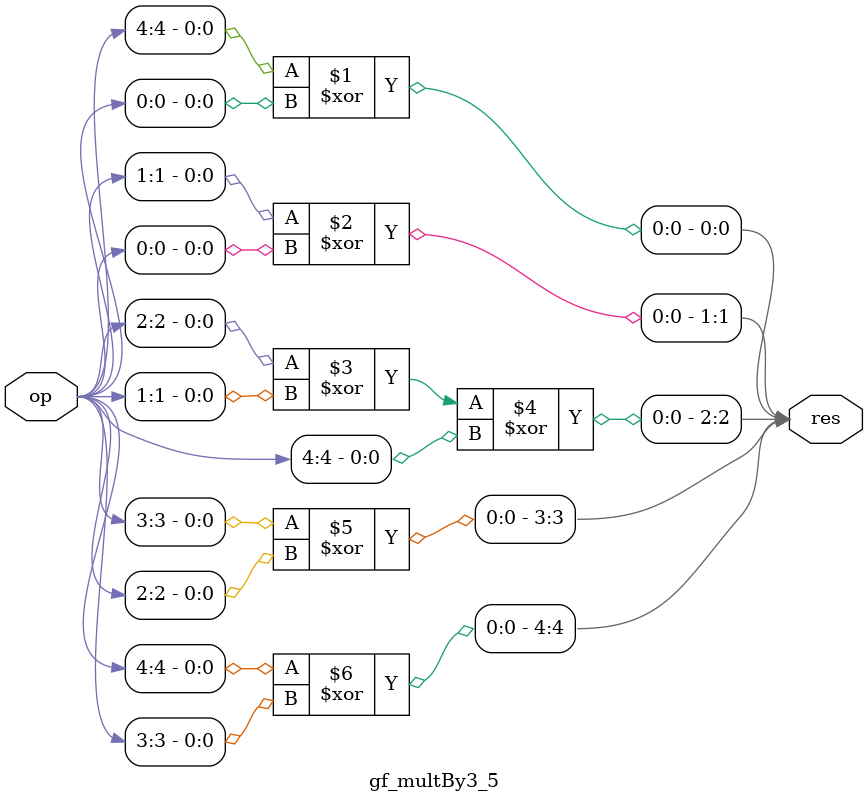
<source format=v>
module gf_multBy3_5(op, res);

// -------------------------------------------------------------------------- //
// ------------- Triple Modular Redundancy Generator Directives ------------- //
// -------------------------------------------------------------------------- //
// tmrg do_not_touch
// -------------------------------------------------------------------------- //

	input      [4:0] op;
	output     [4:0] res;

	assign res[0] = op[4] ^ op[0];
	assign res[1] = op[1] ^ op[0];
	assign res[2] = op[2] ^ op[1] ^ op[4];
	assign res[3] = op[3] ^ op[2];
	assign res[4] = op[4] ^ op[3];

endmodule

</source>
